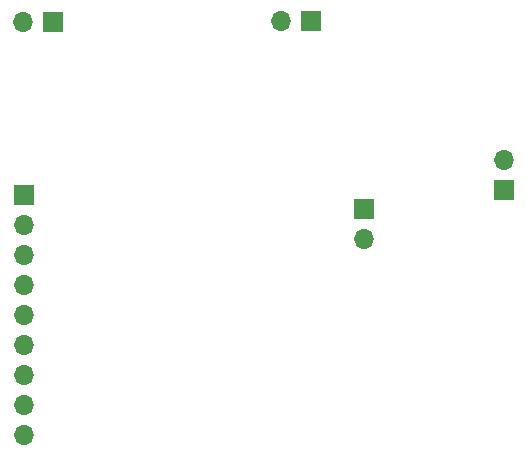
<source format=gbr>
%TF.GenerationSoftware,KiCad,Pcbnew,8.0.5*%
%TF.CreationDate,2024-10-20T10:55:42-04:00*%
%TF.ProjectId,power_glitcher,706f7765-725f-4676-9c69-74636865722e,rev?*%
%TF.SameCoordinates,Original*%
%TF.FileFunction,Soldermask,Bot*%
%TF.FilePolarity,Negative*%
%FSLAX46Y46*%
G04 Gerber Fmt 4.6, Leading zero omitted, Abs format (unit mm)*
G04 Created by KiCad (PCBNEW 8.0.5) date 2024-10-20 10:55:42*
%MOMM*%
%LPD*%
G01*
G04 APERTURE LIST*
%ADD10R,1.700000X1.700000*%
%ADD11O,1.700000X1.700000*%
G04 APERTURE END LIST*
D10*
%TO.C,J5*%
X111810800Y-72440800D03*
D11*
X111810800Y-74980800D03*
%TD*%
D10*
%TO.C,J4*%
X123647200Y-70820200D03*
D11*
X123647200Y-68280200D03*
%TD*%
D10*
%TO.C,J3*%
X107325000Y-56515000D03*
D11*
X104785000Y-56515000D03*
%TD*%
D10*
%TO.C,J2*%
X85450600Y-56565800D03*
D11*
X82910600Y-56565800D03*
%TD*%
D10*
%TO.C,J1*%
X83058000Y-71247000D03*
D11*
X83058000Y-73787000D03*
X83058000Y-76327000D03*
X83058000Y-78867000D03*
X83058000Y-81407000D03*
X83058000Y-83947000D03*
X83058000Y-86487000D03*
X83058000Y-89027000D03*
X83058000Y-91567000D03*
%TD*%
M02*

</source>
